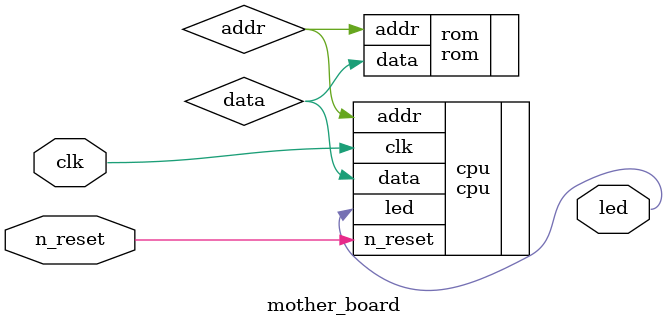
<source format=sv>
module mother_board(
  input logic clk,
  input logic n_reset,
  output logic led
);
  logic addr;
  logic data;

  cpu cpu(.clk, .n_reset, .addr, .data, .led);
  rom rom(.addr, .data);
endmodule
</source>
